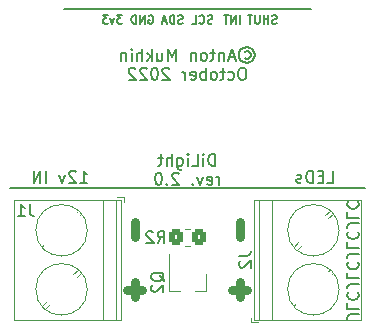
<source format=gbo>
G04 #@! TF.GenerationSoftware,KiCad,Pcbnew,(6.0.7)*
G04 #@! TF.CreationDate,2022-10-10T17:08:23+03:00*
G04 #@! TF.ProjectId,DiLight_2.0,44694c69-6768-4745-9f32-2e302e6b6963,rev?*
G04 #@! TF.SameCoordinates,Original*
G04 #@! TF.FileFunction,Legend,Bot*
G04 #@! TF.FilePolarity,Positive*
%FSLAX46Y46*%
G04 Gerber Fmt 4.6, Leading zero omitted, Abs format (unit mm)*
G04 Created by KiCad (PCBNEW (6.0.7)) date 2022-10-10 17:08:23*
%MOMM*%
%LPD*%
G01*
G04 APERTURE LIST*
G04 Aperture macros list*
%AMRoundRect*
0 Rectangle with rounded corners*
0 $1 Rounding radius*
0 $2 $3 $4 $5 $6 $7 $8 $9 X,Y pos of 4 corners*
0 Add a 4 corners polygon primitive as box body*
4,1,4,$2,$3,$4,$5,$6,$7,$8,$9,$2,$3,0*
0 Add four circle primitives for the rounded corners*
1,1,$1+$1,$2,$3*
1,1,$1+$1,$4,$5*
1,1,$1+$1,$6,$7*
1,1,$1+$1,$8,$9*
0 Add four rect primitives between the rounded corners*
20,1,$1+$1,$2,$3,$4,$5,0*
20,1,$1+$1,$4,$5,$6,$7,0*
20,1,$1+$1,$6,$7,$8,$9,0*
20,1,$1+$1,$8,$9,$2,$3,0*%
G04 Aperture macros list end*
%ADD10C,0.800000*%
%ADD11C,0.150000*%
%ADD12C,0.120000*%
%ADD13R,1.700000X1.700000*%
%ADD14O,1.700000X1.700000*%
%ADD15C,2.200000*%
%ADD16C,2.600000*%
%ADD17RoundRect,0.250000X0.350000X0.450000X-0.350000X0.450000X-0.350000X-0.450000X0.350000X-0.450000X0*%
%ADD18R,0.800000X1.900000*%
G04 APERTURE END LIST*
D10*
X40005000Y-38100000D02*
X40005000Y-39370000D01*
X40640000Y-43815000D02*
X39370000Y-43815000D01*
X31115000Y-38100000D02*
X31115000Y-39370000D01*
X31115000Y-43180000D02*
X31115000Y-44450000D01*
X40005000Y-43180000D02*
X40005000Y-44450000D01*
X30480000Y-43815000D02*
X31750000Y-43815000D01*
D11*
X25120000Y-20020000D02*
X46020000Y-20020000D01*
X20520000Y-35220000D02*
X50620000Y-35220000D01*
X26479285Y-34742380D02*
X27050714Y-34742380D01*
X26765000Y-34742380D02*
X26765000Y-33742380D01*
X26860238Y-33885238D01*
X26955476Y-33980476D01*
X27050714Y-34028095D01*
X26098333Y-33837619D02*
X26050714Y-33790000D01*
X25955476Y-33742380D01*
X25717380Y-33742380D01*
X25622142Y-33790000D01*
X25574523Y-33837619D01*
X25526904Y-33932857D01*
X25526904Y-34028095D01*
X25574523Y-34170952D01*
X26145952Y-34742380D01*
X25526904Y-34742380D01*
X25193571Y-34075714D02*
X24955476Y-34742380D01*
X24717380Y-34075714D01*
X23574523Y-34742380D02*
X23574523Y-33742380D01*
X23098333Y-34742380D02*
X23098333Y-33742380D01*
X22526904Y-34742380D01*
X22526904Y-33742380D01*
X50077619Y-45894047D02*
X49363333Y-45894047D01*
X49220476Y-45941666D01*
X49125238Y-46036904D01*
X49077619Y-46179761D01*
X49077619Y-46275000D01*
X49077619Y-44941666D02*
X49077619Y-45417857D01*
X50077619Y-45417857D01*
X49172857Y-44036904D02*
X49125238Y-44084523D01*
X49077619Y-44227380D01*
X49077619Y-44322619D01*
X49125238Y-44465476D01*
X49220476Y-44560714D01*
X49315714Y-44608333D01*
X49506190Y-44655952D01*
X49649047Y-44655952D01*
X49839523Y-44608333D01*
X49934761Y-44560714D01*
X50030000Y-44465476D01*
X50077619Y-44322619D01*
X50077619Y-44227380D01*
X50030000Y-44084523D01*
X49982380Y-44036904D01*
X50077619Y-43322619D02*
X49363333Y-43322619D01*
X49220476Y-43370238D01*
X49125238Y-43465476D01*
X49077619Y-43608333D01*
X49077619Y-43703571D01*
X49077619Y-42370238D02*
X49077619Y-42846428D01*
X50077619Y-42846428D01*
X49172857Y-41465476D02*
X49125238Y-41513095D01*
X49077619Y-41655952D01*
X49077619Y-41751190D01*
X49125238Y-41894047D01*
X49220476Y-41989285D01*
X49315714Y-42036904D01*
X49506190Y-42084523D01*
X49649047Y-42084523D01*
X49839523Y-42036904D01*
X49934761Y-41989285D01*
X50030000Y-41894047D01*
X50077619Y-41751190D01*
X50077619Y-41655952D01*
X50030000Y-41513095D01*
X49982380Y-41465476D01*
X50077619Y-40751190D02*
X49363333Y-40751190D01*
X49220476Y-40798809D01*
X49125238Y-40894047D01*
X49077619Y-41036904D01*
X49077619Y-41132142D01*
X49077619Y-39798809D02*
X49077619Y-40275000D01*
X50077619Y-40275000D01*
X49172857Y-38894047D02*
X49125238Y-38941666D01*
X49077619Y-39084523D01*
X49077619Y-39179761D01*
X49125238Y-39322619D01*
X49220476Y-39417857D01*
X49315714Y-39465476D01*
X49506190Y-39513095D01*
X49649047Y-39513095D01*
X49839523Y-39465476D01*
X49934761Y-39417857D01*
X50030000Y-39322619D01*
X50077619Y-39179761D01*
X50077619Y-39084523D01*
X50030000Y-38941666D01*
X49982380Y-38894047D01*
X50077619Y-38179761D02*
X49363333Y-38179761D01*
X49220476Y-38227380D01*
X49125238Y-38322619D01*
X49077619Y-38465476D01*
X49077619Y-38560714D01*
X49077619Y-37227380D02*
X49077619Y-37703571D01*
X50077619Y-37703571D01*
X49172857Y-36322619D02*
X49125238Y-36370238D01*
X49077619Y-36513095D01*
X49077619Y-36608333D01*
X49125238Y-36751190D01*
X49220476Y-36846428D01*
X49315714Y-36894047D01*
X49506190Y-36941666D01*
X49649047Y-36941666D01*
X49839523Y-36894047D01*
X49934761Y-36846428D01*
X50030000Y-36751190D01*
X50077619Y-36608333D01*
X50077619Y-36513095D01*
X50030000Y-36370238D01*
X49982380Y-36322619D01*
X40393333Y-23650476D02*
X40488571Y-23602857D01*
X40679047Y-23602857D01*
X40774285Y-23650476D01*
X40869523Y-23745714D01*
X40917142Y-23840952D01*
X40917142Y-24031428D01*
X40869523Y-24126666D01*
X40774285Y-24221904D01*
X40679047Y-24269523D01*
X40488571Y-24269523D01*
X40393333Y-24221904D01*
X40583809Y-23269523D02*
X40821904Y-23317142D01*
X41060000Y-23460000D01*
X41202857Y-23698095D01*
X41250476Y-23936190D01*
X41202857Y-24174285D01*
X41060000Y-24412380D01*
X40821904Y-24555238D01*
X40583809Y-24602857D01*
X40345714Y-24555238D01*
X40107619Y-24412380D01*
X39964761Y-24174285D01*
X39917142Y-23936190D01*
X39964761Y-23698095D01*
X40107619Y-23460000D01*
X40345714Y-23317142D01*
X40583809Y-23269523D01*
X39536190Y-24126666D02*
X39060000Y-24126666D01*
X39631428Y-24412380D02*
X39298095Y-23412380D01*
X38964761Y-24412380D01*
X38631428Y-23745714D02*
X38631428Y-24412380D01*
X38631428Y-23840952D02*
X38583809Y-23793333D01*
X38488571Y-23745714D01*
X38345714Y-23745714D01*
X38250476Y-23793333D01*
X38202857Y-23888571D01*
X38202857Y-24412380D01*
X37869523Y-23745714D02*
X37488571Y-23745714D01*
X37726666Y-23412380D02*
X37726666Y-24269523D01*
X37679047Y-24364761D01*
X37583809Y-24412380D01*
X37488571Y-24412380D01*
X37012380Y-24412380D02*
X37107619Y-24364761D01*
X37155238Y-24317142D01*
X37202857Y-24221904D01*
X37202857Y-23936190D01*
X37155238Y-23840952D01*
X37107619Y-23793333D01*
X37012380Y-23745714D01*
X36869523Y-23745714D01*
X36774285Y-23793333D01*
X36726666Y-23840952D01*
X36679047Y-23936190D01*
X36679047Y-24221904D01*
X36726666Y-24317142D01*
X36774285Y-24364761D01*
X36869523Y-24412380D01*
X37012380Y-24412380D01*
X36250476Y-23745714D02*
X36250476Y-24412380D01*
X36250476Y-23840952D02*
X36202857Y-23793333D01*
X36107619Y-23745714D01*
X35964761Y-23745714D01*
X35869523Y-23793333D01*
X35821904Y-23888571D01*
X35821904Y-24412380D01*
X34583809Y-24412380D02*
X34583809Y-23412380D01*
X34250476Y-24126666D01*
X33917142Y-23412380D01*
X33917142Y-24412380D01*
X33012380Y-23745714D02*
X33012380Y-24412380D01*
X33440952Y-23745714D02*
X33440952Y-24269523D01*
X33393333Y-24364761D01*
X33298095Y-24412380D01*
X33155238Y-24412380D01*
X33060000Y-24364761D01*
X33012380Y-24317142D01*
X32536190Y-24412380D02*
X32536190Y-23412380D01*
X32440952Y-24031428D02*
X32155238Y-24412380D01*
X32155238Y-23745714D02*
X32536190Y-24126666D01*
X31726666Y-24412380D02*
X31726666Y-23412380D01*
X31298095Y-24412380D02*
X31298095Y-23888571D01*
X31345714Y-23793333D01*
X31440952Y-23745714D01*
X31583809Y-23745714D01*
X31679047Y-23793333D01*
X31726666Y-23840952D01*
X30821904Y-24412380D02*
X30821904Y-23745714D01*
X30821904Y-23412380D02*
X30869523Y-23460000D01*
X30821904Y-23507619D01*
X30774285Y-23460000D01*
X30821904Y-23412380D01*
X30821904Y-23507619D01*
X30345714Y-23745714D02*
X30345714Y-24412380D01*
X30345714Y-23840952D02*
X30298095Y-23793333D01*
X30202857Y-23745714D01*
X30060000Y-23745714D01*
X29964761Y-23793333D01*
X29917142Y-23888571D01*
X29917142Y-24412380D01*
X40298095Y-25022380D02*
X40107619Y-25022380D01*
X40012380Y-25070000D01*
X39917142Y-25165238D01*
X39869523Y-25355714D01*
X39869523Y-25689047D01*
X39917142Y-25879523D01*
X40012380Y-25974761D01*
X40107619Y-26022380D01*
X40298095Y-26022380D01*
X40393333Y-25974761D01*
X40488571Y-25879523D01*
X40536190Y-25689047D01*
X40536190Y-25355714D01*
X40488571Y-25165238D01*
X40393333Y-25070000D01*
X40298095Y-25022380D01*
X39012380Y-25974761D02*
X39107619Y-26022380D01*
X39298095Y-26022380D01*
X39393333Y-25974761D01*
X39440952Y-25927142D01*
X39488571Y-25831904D01*
X39488571Y-25546190D01*
X39440952Y-25450952D01*
X39393333Y-25403333D01*
X39298095Y-25355714D01*
X39107619Y-25355714D01*
X39012380Y-25403333D01*
X38726666Y-25355714D02*
X38345714Y-25355714D01*
X38583809Y-25022380D02*
X38583809Y-25879523D01*
X38536190Y-25974761D01*
X38440952Y-26022380D01*
X38345714Y-26022380D01*
X37869523Y-26022380D02*
X37964761Y-25974761D01*
X38012380Y-25927142D01*
X38060000Y-25831904D01*
X38060000Y-25546190D01*
X38012380Y-25450952D01*
X37964761Y-25403333D01*
X37869523Y-25355714D01*
X37726666Y-25355714D01*
X37631428Y-25403333D01*
X37583809Y-25450952D01*
X37536190Y-25546190D01*
X37536190Y-25831904D01*
X37583809Y-25927142D01*
X37631428Y-25974761D01*
X37726666Y-26022380D01*
X37869523Y-26022380D01*
X37107619Y-26022380D02*
X37107619Y-25022380D01*
X37107619Y-25403333D02*
X37012380Y-25355714D01*
X36821904Y-25355714D01*
X36726666Y-25403333D01*
X36679047Y-25450952D01*
X36631428Y-25546190D01*
X36631428Y-25831904D01*
X36679047Y-25927142D01*
X36726666Y-25974761D01*
X36821904Y-26022380D01*
X37012380Y-26022380D01*
X37107619Y-25974761D01*
X35821904Y-25974761D02*
X35917142Y-26022380D01*
X36107619Y-26022380D01*
X36202857Y-25974761D01*
X36250476Y-25879523D01*
X36250476Y-25498571D01*
X36202857Y-25403333D01*
X36107619Y-25355714D01*
X35917142Y-25355714D01*
X35821904Y-25403333D01*
X35774285Y-25498571D01*
X35774285Y-25593809D01*
X36250476Y-25689047D01*
X35345714Y-26022380D02*
X35345714Y-25355714D01*
X35345714Y-25546190D02*
X35298095Y-25450952D01*
X35250476Y-25403333D01*
X35155238Y-25355714D01*
X35060000Y-25355714D01*
X34012380Y-25117619D02*
X33964761Y-25070000D01*
X33869523Y-25022380D01*
X33631428Y-25022380D01*
X33536190Y-25070000D01*
X33488571Y-25117619D01*
X33440952Y-25212857D01*
X33440952Y-25308095D01*
X33488571Y-25450952D01*
X34060000Y-26022380D01*
X33440952Y-26022380D01*
X32821904Y-25022380D02*
X32726666Y-25022380D01*
X32631428Y-25070000D01*
X32583809Y-25117619D01*
X32536190Y-25212857D01*
X32488571Y-25403333D01*
X32488571Y-25641428D01*
X32536190Y-25831904D01*
X32583809Y-25927142D01*
X32631428Y-25974761D01*
X32726666Y-26022380D01*
X32821904Y-26022380D01*
X32917142Y-25974761D01*
X32964761Y-25927142D01*
X33012380Y-25831904D01*
X33060000Y-25641428D01*
X33060000Y-25403333D01*
X33012380Y-25212857D01*
X32964761Y-25117619D01*
X32917142Y-25070000D01*
X32821904Y-25022380D01*
X32107619Y-25117619D02*
X32060000Y-25070000D01*
X31964761Y-25022380D01*
X31726666Y-25022380D01*
X31631428Y-25070000D01*
X31583809Y-25117619D01*
X31536190Y-25212857D01*
X31536190Y-25308095D01*
X31583809Y-25450952D01*
X32155238Y-26022380D01*
X31536190Y-26022380D01*
X31155238Y-25117619D02*
X31107619Y-25070000D01*
X31012380Y-25022380D01*
X30774285Y-25022380D01*
X30679047Y-25070000D01*
X30631428Y-25117619D01*
X30583809Y-25212857D01*
X30583809Y-25308095D01*
X30631428Y-25450952D01*
X31202857Y-26022380D01*
X30583809Y-26022380D01*
X47402619Y-34742380D02*
X47878809Y-34742380D01*
X47878809Y-33742380D01*
X47069285Y-34218571D02*
X46735952Y-34218571D01*
X46593095Y-34742380D02*
X47069285Y-34742380D01*
X47069285Y-33742380D01*
X46593095Y-33742380D01*
X46164523Y-34742380D02*
X46164523Y-33742380D01*
X45926428Y-33742380D01*
X45783571Y-33790000D01*
X45688333Y-33885238D01*
X45640714Y-33980476D01*
X45593095Y-34170952D01*
X45593095Y-34313809D01*
X45640714Y-34504285D01*
X45688333Y-34599523D01*
X45783571Y-34694761D01*
X45926428Y-34742380D01*
X46164523Y-34742380D01*
X45212142Y-34694761D02*
X45116904Y-34742380D01*
X44926428Y-34742380D01*
X44831190Y-34694761D01*
X44783571Y-34599523D01*
X44783571Y-34551904D01*
X44831190Y-34456666D01*
X44926428Y-34409047D01*
X45069285Y-34409047D01*
X45164523Y-34361428D01*
X45212142Y-34266190D01*
X45212142Y-34218571D01*
X45164523Y-34123333D01*
X45069285Y-34075714D01*
X44926428Y-34075714D01*
X44831190Y-34123333D01*
X37893333Y-33302380D02*
X37893333Y-32302380D01*
X37655238Y-32302380D01*
X37512380Y-32350000D01*
X37417142Y-32445238D01*
X37369523Y-32540476D01*
X37321904Y-32730952D01*
X37321904Y-32873809D01*
X37369523Y-33064285D01*
X37417142Y-33159523D01*
X37512380Y-33254761D01*
X37655238Y-33302380D01*
X37893333Y-33302380D01*
X36893333Y-33302380D02*
X36893333Y-32635714D01*
X36893333Y-32302380D02*
X36940952Y-32350000D01*
X36893333Y-32397619D01*
X36845714Y-32350000D01*
X36893333Y-32302380D01*
X36893333Y-32397619D01*
X35940952Y-33302380D02*
X36417142Y-33302380D01*
X36417142Y-32302380D01*
X35607619Y-33302380D02*
X35607619Y-32635714D01*
X35607619Y-32302380D02*
X35655238Y-32350000D01*
X35607619Y-32397619D01*
X35560000Y-32350000D01*
X35607619Y-32302380D01*
X35607619Y-32397619D01*
X34702857Y-32635714D02*
X34702857Y-33445238D01*
X34750476Y-33540476D01*
X34798095Y-33588095D01*
X34893333Y-33635714D01*
X35036190Y-33635714D01*
X35131428Y-33588095D01*
X34702857Y-33254761D02*
X34798095Y-33302380D01*
X34988571Y-33302380D01*
X35083809Y-33254761D01*
X35131428Y-33207142D01*
X35179047Y-33111904D01*
X35179047Y-32826190D01*
X35131428Y-32730952D01*
X35083809Y-32683333D01*
X34988571Y-32635714D01*
X34798095Y-32635714D01*
X34702857Y-32683333D01*
X34226666Y-33302380D02*
X34226666Y-32302380D01*
X33798095Y-33302380D02*
X33798095Y-32778571D01*
X33845714Y-32683333D01*
X33940952Y-32635714D01*
X34083809Y-32635714D01*
X34179047Y-32683333D01*
X34226666Y-32730952D01*
X33464761Y-32635714D02*
X33083809Y-32635714D01*
X33321904Y-32302380D02*
X33321904Y-33159523D01*
X33274285Y-33254761D01*
X33179047Y-33302380D01*
X33083809Y-33302380D01*
X38250476Y-34912380D02*
X38250476Y-34245714D01*
X38250476Y-34436190D02*
X38202857Y-34340952D01*
X38155238Y-34293333D01*
X38060000Y-34245714D01*
X37964761Y-34245714D01*
X37250476Y-34864761D02*
X37345714Y-34912380D01*
X37536190Y-34912380D01*
X37631428Y-34864761D01*
X37679047Y-34769523D01*
X37679047Y-34388571D01*
X37631428Y-34293333D01*
X37536190Y-34245714D01*
X37345714Y-34245714D01*
X37250476Y-34293333D01*
X37202857Y-34388571D01*
X37202857Y-34483809D01*
X37679047Y-34579047D01*
X36869523Y-34245714D02*
X36631428Y-34912380D01*
X36393333Y-34245714D01*
X36012380Y-34817142D02*
X35964761Y-34864761D01*
X36012380Y-34912380D01*
X36060000Y-34864761D01*
X36012380Y-34817142D01*
X36012380Y-34912380D01*
X34821904Y-34007619D02*
X34774285Y-33960000D01*
X34679047Y-33912380D01*
X34440952Y-33912380D01*
X34345714Y-33960000D01*
X34298095Y-34007619D01*
X34250476Y-34102857D01*
X34250476Y-34198095D01*
X34298095Y-34340952D01*
X34869523Y-34912380D01*
X34250476Y-34912380D01*
X33821904Y-34817142D02*
X33774285Y-34864761D01*
X33821904Y-34912380D01*
X33869523Y-34864761D01*
X33821904Y-34817142D01*
X33821904Y-34912380D01*
X33155238Y-33912380D02*
X33060000Y-33912380D01*
X32964761Y-33960000D01*
X32917142Y-34007619D01*
X32869523Y-34102857D01*
X32821904Y-34293333D01*
X32821904Y-34531428D01*
X32869523Y-34721904D01*
X32917142Y-34817142D01*
X32964761Y-34864761D01*
X33060000Y-34912380D01*
X33155238Y-34912380D01*
X33250476Y-34864761D01*
X33298095Y-34817142D01*
X33345714Y-34721904D01*
X33393333Y-34531428D01*
X33393333Y-34293333D01*
X33345714Y-34102857D01*
X33298095Y-34007619D01*
X33250476Y-33960000D01*
X33155238Y-33912380D01*
X35140000Y-21238333D02*
X35040000Y-21271666D01*
X34873333Y-21271666D01*
X34806666Y-21238333D01*
X34773333Y-21205000D01*
X34740000Y-21138333D01*
X34740000Y-21071666D01*
X34773333Y-21005000D01*
X34806666Y-20971666D01*
X34873333Y-20938333D01*
X35006666Y-20905000D01*
X35073333Y-20871666D01*
X35106666Y-20838333D01*
X35140000Y-20771666D01*
X35140000Y-20705000D01*
X35106666Y-20638333D01*
X35073333Y-20605000D01*
X35006666Y-20571666D01*
X34840000Y-20571666D01*
X34740000Y-20605000D01*
X34440000Y-21271666D02*
X34440000Y-20571666D01*
X34273333Y-20571666D01*
X34173333Y-20605000D01*
X34106666Y-20671666D01*
X34073333Y-20738333D01*
X34040000Y-20871666D01*
X34040000Y-20971666D01*
X34073333Y-21105000D01*
X34106666Y-21171666D01*
X34173333Y-21238333D01*
X34273333Y-21271666D01*
X34440000Y-21271666D01*
X33773333Y-21071666D02*
X33440000Y-21071666D01*
X33840000Y-21271666D02*
X33606666Y-20571666D01*
X33373333Y-21271666D01*
X30043333Y-20571666D02*
X29610000Y-20571666D01*
X29843333Y-20838333D01*
X29743333Y-20838333D01*
X29676666Y-20871666D01*
X29643333Y-20905000D01*
X29610000Y-20971666D01*
X29610000Y-21138333D01*
X29643333Y-21205000D01*
X29676666Y-21238333D01*
X29743333Y-21271666D01*
X29943333Y-21271666D01*
X30010000Y-21238333D01*
X30043333Y-21205000D01*
X29376666Y-20805000D02*
X29210000Y-21271666D01*
X29043333Y-20805000D01*
X28843333Y-20571666D02*
X28410000Y-20571666D01*
X28643333Y-20838333D01*
X28543333Y-20838333D01*
X28476666Y-20871666D01*
X28443333Y-20905000D01*
X28410000Y-20971666D01*
X28410000Y-21138333D01*
X28443333Y-21205000D01*
X28476666Y-21238333D01*
X28543333Y-21271666D01*
X28743333Y-21271666D01*
X28810000Y-21238333D01*
X28843333Y-21205000D01*
X40003333Y-21271666D02*
X40003333Y-20571666D01*
X39670000Y-21271666D02*
X39670000Y-20571666D01*
X39270000Y-21271666D01*
X39270000Y-20571666D01*
X39036666Y-20571666D02*
X38636666Y-20571666D01*
X38836666Y-21271666D02*
X38836666Y-20571666D01*
X37663333Y-21238333D02*
X37563333Y-21271666D01*
X37396666Y-21271666D01*
X37330000Y-21238333D01*
X37296666Y-21205000D01*
X37263333Y-21138333D01*
X37263333Y-21071666D01*
X37296666Y-21005000D01*
X37330000Y-20971666D01*
X37396666Y-20938333D01*
X37530000Y-20905000D01*
X37596666Y-20871666D01*
X37630000Y-20838333D01*
X37663333Y-20771666D01*
X37663333Y-20705000D01*
X37630000Y-20638333D01*
X37596666Y-20605000D01*
X37530000Y-20571666D01*
X37363333Y-20571666D01*
X37263333Y-20605000D01*
X36563333Y-21205000D02*
X36596666Y-21238333D01*
X36696666Y-21271666D01*
X36763333Y-21271666D01*
X36863333Y-21238333D01*
X36930000Y-21171666D01*
X36963333Y-21105000D01*
X36996666Y-20971666D01*
X36996666Y-20871666D01*
X36963333Y-20738333D01*
X36930000Y-20671666D01*
X36863333Y-20605000D01*
X36763333Y-20571666D01*
X36696666Y-20571666D01*
X36596666Y-20605000D01*
X36563333Y-20638333D01*
X35930000Y-21271666D02*
X36263333Y-21271666D01*
X36263333Y-20571666D01*
X43110000Y-21238333D02*
X43010000Y-21271666D01*
X42843333Y-21271666D01*
X42776666Y-21238333D01*
X42743333Y-21205000D01*
X42710000Y-21138333D01*
X42710000Y-21071666D01*
X42743333Y-21005000D01*
X42776666Y-20971666D01*
X42843333Y-20938333D01*
X42976666Y-20905000D01*
X43043333Y-20871666D01*
X43076666Y-20838333D01*
X43110000Y-20771666D01*
X43110000Y-20705000D01*
X43076666Y-20638333D01*
X43043333Y-20605000D01*
X42976666Y-20571666D01*
X42810000Y-20571666D01*
X42710000Y-20605000D01*
X42410000Y-21271666D02*
X42410000Y-20571666D01*
X42410000Y-20905000D02*
X42010000Y-20905000D01*
X42010000Y-21271666D02*
X42010000Y-20571666D01*
X41676666Y-20571666D02*
X41676666Y-21138333D01*
X41643333Y-21205000D01*
X41610000Y-21238333D01*
X41543333Y-21271666D01*
X41410000Y-21271666D01*
X41343333Y-21238333D01*
X41310000Y-21205000D01*
X41276666Y-21138333D01*
X41276666Y-20571666D01*
X41043333Y-20571666D02*
X40643333Y-20571666D01*
X40843333Y-21271666D02*
X40843333Y-20571666D01*
X32283333Y-20605000D02*
X32350000Y-20571666D01*
X32450000Y-20571666D01*
X32550000Y-20605000D01*
X32616666Y-20671666D01*
X32650000Y-20738333D01*
X32683333Y-20871666D01*
X32683333Y-20971666D01*
X32650000Y-21105000D01*
X32616666Y-21171666D01*
X32550000Y-21238333D01*
X32450000Y-21271666D01*
X32383333Y-21271666D01*
X32283333Y-21238333D01*
X32250000Y-21205000D01*
X32250000Y-20971666D01*
X32383333Y-20971666D01*
X31950000Y-21271666D02*
X31950000Y-20571666D01*
X31550000Y-21271666D01*
X31550000Y-20571666D01*
X31216666Y-21271666D02*
X31216666Y-20571666D01*
X31050000Y-20571666D01*
X30950000Y-20605000D01*
X30883333Y-20671666D01*
X30850000Y-20738333D01*
X30816666Y-20871666D01*
X30816666Y-20971666D01*
X30850000Y-21105000D01*
X30883333Y-21171666D01*
X30950000Y-21238333D01*
X31050000Y-21271666D01*
X31216666Y-21271666D01*
X39922320Y-40941666D02*
X40636606Y-40941666D01*
X40779463Y-40894047D01*
X40874701Y-40798809D01*
X40922320Y-40655952D01*
X40922320Y-40560714D01*
X40017559Y-41370238D02*
X39969940Y-41417857D01*
X39922320Y-41513095D01*
X39922320Y-41751190D01*
X39969940Y-41846428D01*
X40017559Y-41894047D01*
X40112797Y-41941666D01*
X40208035Y-41941666D01*
X40350892Y-41894047D01*
X40922320Y-41322619D01*
X40922320Y-41941666D01*
X22193333Y-36562380D02*
X22193333Y-37276666D01*
X22240952Y-37419523D01*
X22336190Y-37514761D01*
X22479047Y-37562380D01*
X22574285Y-37562380D01*
X21193333Y-37562380D02*
X21764761Y-37562380D01*
X21479047Y-37562380D02*
X21479047Y-36562380D01*
X21574285Y-36705238D01*
X21669523Y-36800476D01*
X21764761Y-36848095D01*
X33026666Y-39862380D02*
X33360000Y-39386190D01*
X33598095Y-39862380D02*
X33598095Y-38862380D01*
X33217142Y-38862380D01*
X33121904Y-38910000D01*
X33074285Y-38957619D01*
X33026666Y-39052857D01*
X33026666Y-39195714D01*
X33074285Y-39290952D01*
X33121904Y-39338571D01*
X33217142Y-39386190D01*
X33598095Y-39386190D01*
X32645714Y-38957619D02*
X32598095Y-38910000D01*
X32502857Y-38862380D01*
X32264761Y-38862380D01*
X32169523Y-38910000D01*
X32121904Y-38957619D01*
X32074285Y-39052857D01*
X32074285Y-39148095D01*
X32121904Y-39290952D01*
X32693333Y-39862380D01*
X32074285Y-39862380D01*
X33607619Y-43084761D02*
X33560000Y-42989523D01*
X33464761Y-42894285D01*
X33321904Y-42751428D01*
X33274285Y-42656190D01*
X33274285Y-42560952D01*
X33512380Y-42608571D02*
X33464761Y-42513333D01*
X33369523Y-42418095D01*
X33179047Y-42370476D01*
X32845714Y-42370476D01*
X32655238Y-42418095D01*
X32560000Y-42513333D01*
X32512380Y-42608571D01*
X32512380Y-42799047D01*
X32560000Y-42894285D01*
X32655238Y-42989523D01*
X32845714Y-43037142D01*
X33179047Y-43037142D01*
X33369523Y-42989523D01*
X33464761Y-42894285D01*
X33512380Y-42799047D01*
X33512380Y-42608571D01*
X32607619Y-43418095D02*
X32560000Y-43465714D01*
X32512380Y-43560952D01*
X32512380Y-43799047D01*
X32560000Y-43894285D01*
X32607619Y-43941904D01*
X32702857Y-43989523D01*
X32798095Y-43989523D01*
X32940952Y-43941904D01*
X33512380Y-43370476D01*
X33512380Y-43989523D01*
D12*
X41620000Y-46335000D02*
X41620000Y-36215000D01*
X40920000Y-46575000D02*
X40920000Y-46175000D01*
X41160000Y-46335000D02*
X41160000Y-36215000D01*
X47874000Y-37387000D02*
X47494000Y-37767000D01*
X47608000Y-42121000D02*
X47501000Y-42228000D01*
X50280000Y-46335000D02*
X41160000Y-46335000D01*
X44673000Y-45057000D02*
X44566000Y-45163000D01*
X47608000Y-37121000D02*
X47212000Y-37516000D01*
X47874000Y-42387000D02*
X47767000Y-42494000D01*
X41560000Y-46575000D02*
X40920000Y-46575000D01*
X50280000Y-46335000D02*
X50280000Y-36215000D01*
X42720000Y-46335000D02*
X42720000Y-36215000D01*
X44946000Y-39782000D02*
X44566000Y-40162000D01*
X44939000Y-45323000D02*
X44832000Y-45429000D01*
X45228000Y-40033000D02*
X44832000Y-40428000D01*
X50280000Y-36215000D02*
X41160000Y-36215000D01*
X48400000Y-43775000D02*
G75*
G03*
X48400000Y-43775000I-2180000J0D01*
G01*
X48400000Y-38775000D02*
G75*
G03*
X48400000Y-38775000I-2180000J0D01*
G01*
X25892000Y-42517000D02*
X26288000Y-42122000D01*
X26447000Y-37493000D02*
X26554000Y-37387000D01*
X20840000Y-46335000D02*
X29960000Y-46335000D01*
X29960000Y-36215000D02*
X29960000Y-46335000D01*
X29500000Y-36215000D02*
X29500000Y-46335000D01*
X23246000Y-40163000D02*
X23353000Y-40056000D01*
X26181000Y-37227000D02*
X26288000Y-37121000D01*
X20840000Y-36215000D02*
X29960000Y-36215000D01*
X23512000Y-45429000D02*
X23908000Y-45034000D01*
X28400000Y-36215000D02*
X28400000Y-46335000D01*
X26174000Y-42768000D02*
X26554000Y-42388000D01*
X29560000Y-35975000D02*
X30200000Y-35975000D01*
X23246000Y-45163000D02*
X23626000Y-44783000D01*
X23512000Y-40429000D02*
X23619000Y-40322000D01*
X30200000Y-35975000D02*
X30200000Y-36375000D01*
X20840000Y-36215000D02*
X20840000Y-46335000D01*
X27080000Y-43775000D02*
G75*
G03*
X27080000Y-43775000I-2180000J0D01*
G01*
X27080000Y-38775000D02*
G75*
G03*
X27080000Y-38775000I-2180000J0D01*
G01*
X35787064Y-40105000D02*
X35332936Y-40105000D01*
X35787064Y-38635000D02*
X35332936Y-38635000D01*
X33980000Y-43940000D02*
X33980000Y-40780000D01*
X37140000Y-43940000D02*
X36210000Y-43940000D01*
X33980000Y-43940000D02*
X34910000Y-43940000D01*
X37140000Y-43940000D02*
X37140000Y-42480000D01*
%LPC*%
D13*
X33035000Y-36830000D03*
D14*
X35575000Y-36830000D03*
X38115000Y-36830000D03*
D15*
X22320000Y-27940000D03*
X48820000Y-27940000D03*
D13*
X29210000Y-18415000D03*
D14*
X31750000Y-18415000D03*
X34290000Y-18415000D03*
X36830000Y-18415000D03*
X39370000Y-18415000D03*
X41910000Y-18415000D03*
D16*
X46220000Y-43775000D03*
X46220000Y-38775000D03*
X24900000Y-38775000D03*
X24900000Y-43775000D03*
D17*
X36560000Y-39370000D03*
X34560000Y-39370000D03*
D18*
X34610000Y-41680000D03*
X36510000Y-41680000D03*
X35560000Y-44680000D03*
M02*

</source>
